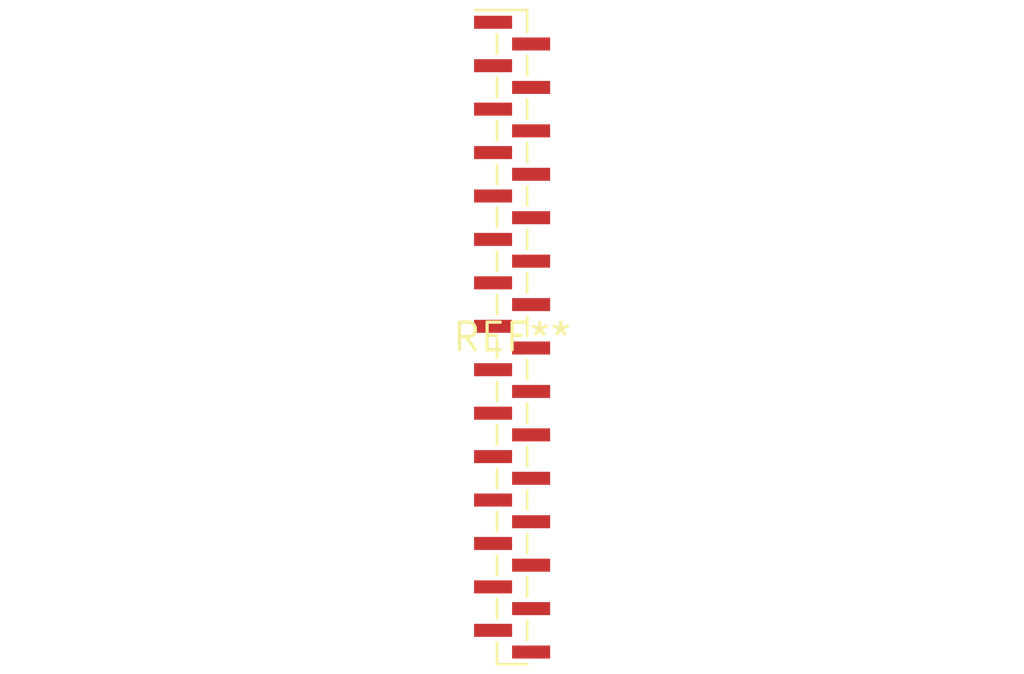
<source format=kicad_pcb>
(kicad_pcb (version 20240108) (generator pcbnew)
  (layers (0 "F.Cu" signal) (31 "B.Cu" signal) (34 "B.Paste" user) (35 "F.Paste" user) (36 "B.SilkS" user "B.Silkscreen") (37 "F.SilkS" user "F.Silkscreen") (38 "B.Mask" user) (39 "F.Mask" user) (44 "Edge.Cuts" user))
  (net 0 "")
  (footprint "PinHeader_1x30_P1.00mm_Vertical_SMD_Pin1Left" (layer "F.Cu") (at 0 0)
    (property "Reference" "REF**")
    (property "Value" "PinHeader_1x30_P1.00mm_Vertical_SMD_Pin1Left")
    (fp_line (start -0.695 -15.06) (end -1.69 -15.06) (layer "F.SilkS") (stroke (width 0.12)))
    (fp_line (start -0.695 -15.06) (end -0.695 -15.06) (layer "F.SilkS") (stroke (width 0.12)))
    (fp_line (start -0.695 -15.06) (end 0.695 -15.06) (layer "F.SilkS") (stroke (width 0.12)))
    (fp_line (start -0.695 -13.94) (end -0.695 -13.06) (layer "F.SilkS") (stroke (width 0.12)))
    (fp_line (start -0.695 -11.94) (end -0.695 -11.06) (layer "F.SilkS") (stroke (width 0.12)))
    (fp_line (start -0.695 -9.94) (end -0.695 -9.06) (layer "F.SilkS") (stroke (width 0.12)))
    (fp_line (start -0.695 -7.94) (end -0.695 -7.06) (layer "F.SilkS") (stroke (width 0.12)))
    (fp_line (start -0.695 -5.94) (end -0.695 -5.06) (layer "F.SilkS") (stroke (width 0.12)))
    (fp_line (start -0.695 -3.94) (end -0.695 -3.06) (layer "F.SilkS") (stroke (width 0.12)))
    (fp_line (start -0.695 -1.94) (end -0.695 -1.06) (layer "F.SilkS") (stroke (width 0.12)))
    (fp_line (start -0.695 0.06) (end -0.695 0.94) (layer "F.SilkS") (stroke (width 0.12)))
    (fp_line (start -0.695 2.06) (end -0.695 2.94) (layer "F.SilkS") (stroke (width 0.12)))
    (fp_line (start -0.695 4.06) (end -0.695 4.94) (layer "F.SilkS") (stroke (width 0.12)))
    (fp_line (start -0.695 6.06) (end -0.695 6.94) (layer "F.SilkS") (stroke (width 0.12)))
    (fp_line (start -0.695 8.06) (end -0.695 8.94) (layer "F.SilkS") (stroke (width 0.12)))
    (fp_line (start -0.695 10.06) (end -0.695 10.94) (layer "F.SilkS") (stroke (width 0.12)))
    (fp_line (start -0.695 12.06) (end -0.695 12.94) (layer "F.SilkS") (stroke (width 0.12)))
    (fp_line (start -0.695 14.06) (end -0.695 15.06) (layer "F.SilkS") (stroke (width 0.12)))
    (fp_line (start -0.695 15.06) (end 0.695 15.06) (layer "F.SilkS") (stroke (width 0.12)))
    (fp_line (start 0.695 -15.06) (end 0.695 -14.06) (layer "F.SilkS") (stroke (width 0.12)))
    (fp_line (start 0.695 -12.94) (end 0.695 -12.06) (layer "F.SilkS") (stroke (width 0.12)))
    (fp_line (start 0.695 -10.94) (end 0.695 -10.06) (layer "F.SilkS") (stroke (width 0.12)))
    (fp_line (start 0.695 -8.94) (end 0.695 -8.06) (layer "F.SilkS") (stroke (width 0.12)))
    (fp_line (start 0.695 -6.94) (end 0.695 -6.06) (layer "F.SilkS") (stroke (width 0.12)))
    (fp_line (start 0.695 -4.94) (end 0.695 -4.06) (layer "F.SilkS") (stroke (width 0.12)))
    (fp_line (start 0.695 -2.94) (end 0.695 -2.06) (layer "F.SilkS") (stroke (width 0.12)))
    (fp_line (start 0.695 -0.94) (end 0.695 -0.06) (layer "F.SilkS") (stroke (width 0.12)))
    (fp_line (start 0.695 1.06) (end 0.695 1.94) (layer "F.SilkS") (stroke (width 0.12)))
    (fp_line (start 0.695 3.06) (end 0.695 3.94) (layer "F.SilkS") (stroke (width 0.12)))
    (fp_line (start 0.695 5.06) (end 0.695 5.94) (layer "F.SilkS") (stroke (width 0.12)))
    (fp_line (start 0.695 7.06) (end 0.695 7.94) (layer "F.SilkS") (stroke (width 0.12)))
    (fp_line (start 0.695 9.06) (end 0.695 9.94) (layer "F.SilkS") (stroke (width 0.12)))
    (fp_line (start 0.695 11.06) (end 0.695 11.94) (layer "F.SilkS") (stroke (width 0.12)))
    (fp_line (start 0.695 13.06) (end 0.695 13.94) (layer "F.SilkS") (stroke (width 0.12)))
    (fp_line (start 0.695 15.06) (end 0.695 15.06) (layer "F.SilkS") (stroke (width 0.12)))
    (pad "1" smd rect (at -0.875 -14.5) (size 1.75 0.6) (layers "F.Cu" "F.Paste" "F.Mask"))
    (pad "2" smd rect (at 0.875 -13.5) (size 1.75 0.6) (layers "F.Cu" "F.Paste" "F.Mask"))
    (pad "3" smd rect (at -0.875 -12.5) (size 1.75 0.6) (layers "F.Cu" "F.Paste" "F.Mask"))
    (pad "4" smd rect (at 0.875 -11.5) (size 1.75 0.6) (layers "F.Cu" "F.Paste" "F.Mask"))
    (pad "5" smd rect (at -0.875 -10.5) (size 1.75 0.6) (layers "F.Cu" "F.Paste" "F.Mask"))
    (pad "6" smd rect (at 0.875 -9.5) (size 1.75 0.6) (layers "F.Cu" "F.Paste" "F.Mask"))
    (pad "7" smd rect (at -0.875 -8.5) (size 1.75 0.6) (layers "F.Cu" "F.Paste" "F.Mask"))
    (pad "8" smd rect (at 0.875 -7.5) (size 1.75 0.6) (layers "F.Cu" "F.Paste" "F.Mask"))
    (pad "9" smd rect (at -0.875 -6.5) (size 1.75 0.6) (layers "F.Cu" "F.Paste" "F.Mask"))
    (pad "10" smd rect (at 0.875 -5.5) (size 1.75 0.6) (layers "F.Cu" "F.Paste" "F.Mask"))
    (pad "11" smd rect (at -0.875 -4.5) (size 1.75 0.6) (layers "F.Cu" "F.Paste" "F.Mask"))
    (pad "12" smd rect (at 0.875 -3.5) (size 1.75 0.6) (layers "F.Cu" "F.Paste" "F.Mask"))
    (pad "13" smd rect (at -0.875 -2.5) (size 1.75 0.6) (layers "F.Cu" "F.Paste" "F.Mask"))
    (pad "14" smd rect (at 0.875 -1.5) (size 1.75 0.6) (layers "F.Cu" "F.Paste" "F.Mask"))
    (pad "15" smd rect (at -0.875 -0.5) (size 1.75 0.6) (layers "F.Cu" "F.Paste" "F.Mask"))
    (pad "16" smd rect (at 0.875 0.5) (size 1.75 0.6) (layers "F.Cu" "F.Paste" "F.Mask"))
    (pad "17" smd rect (at -0.875 1.5) (size 1.75 0.6) (layers "F.Cu" "F.Paste" "F.Mask"))
    (pad "18" smd rect (at 0.875 2.5) (size 1.75 0.6) (layers "F.Cu" "F.Paste" "F.Mask"))
    (pad "19" smd rect (at -0.875 3.5) (size 1.75 0.6) (layers "F.Cu" "F.Paste" "F.Mask"))
    (pad "20" smd rect (at 0.875 4.5) (size 1.75 0.6) (layers "F.Cu" "F.Paste" "F.Mask"))
    (pad "21" smd rect (at -0.875 5.5) (size 1.75 0.6) (layers "F.Cu" "F.Paste" "F.Mask"))
    (pad "22" smd rect (at 0.875 6.5) (size 1.75 0.6) (layers "F.Cu" "F.Paste" "F.Mask"))
    (pad "23" smd rect (at -0.875 7.5) (size 1.75 0.6) (layers "F.Cu" "F.Paste" "F.Mask"))
    (pad "24" smd rect (at 0.875 8.5) (size 1.75 0.6) (layers "F.Cu" "F.Paste" "F.Mask"))
    (pad "25" smd rect (at -0.875 9.5) (size 1.75 0.6) (layers "F.Cu" "F.Paste" "F.Mask"))
    (pad "26" smd rect (at 0.875 10.5) (size 1.75 0.6) (layers "F.Cu" "F.Paste" "F.Mask"))
    (pad "27" smd rect (at -0.875 11.5) (size 1.75 0.6) (layers "F.Cu" "F.Paste" "F.Mask"))
    (pad "28" smd rect (at 0.875 12.5) (size 1.75 0.6) (layers "F.Cu" "F.Paste" "F.Mask"))
    (pad "29" smd rect (at -0.875 13.5) (size 1.75 0.6) (layers "F.Cu" "F.Paste" "F.Mask"))
    (pad "30" smd rect (at 0.875 14.5) (size 1.75 0.6) (layers "F.Cu" "F.Paste" "F.Mask"))
  )
)
</source>
